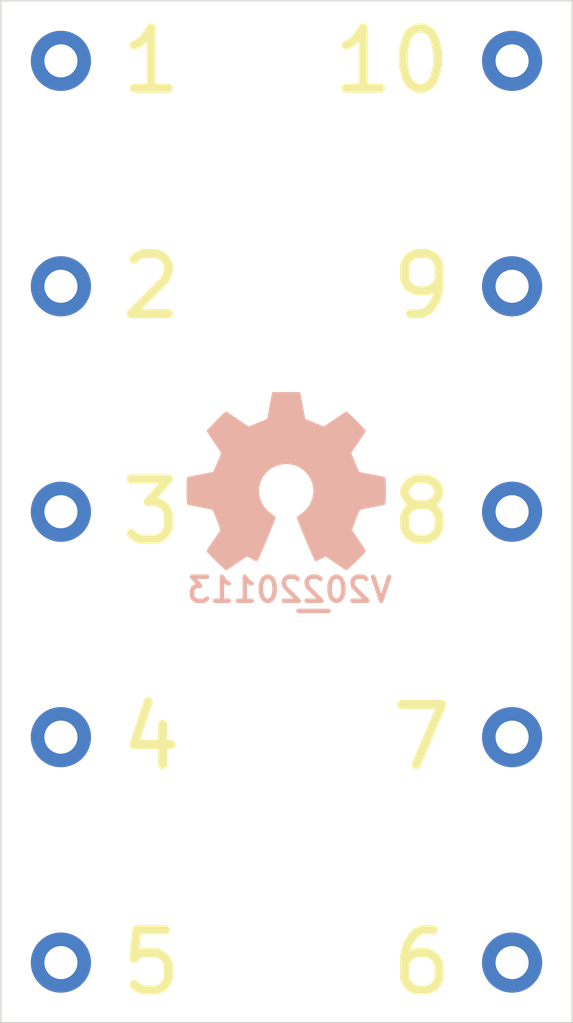
<source format=kicad_pcb>
(kicad_pcb (version 20221018) (generator pcbnew)
  (layers (0 "F.Cu" mixed) (31 "B.Cu" mixed) (34 "B.Paste" user) (35 "F.Paste" user) (36 "B.SilkS" user "B.Silkscreen") (37 "F.SilkS" user "F.Silkscreen") (38 "B.Mask" user) (39 "F.Mask" user) (44 "Edge.Cuts" user))
  (net 0 "")
  (net 1 "Net-(J1-Pin_1)")
  (footprint "mill-max:PC_pin_nail_head_6092" (layer "F.Cu") (at 142.5 62.5)
    (fp_text reference "J1")
    (fp_text value "1" (at 3 0) (layer "F.SilkS") (effects (font (size 2 2) (thickness 0.3))))
    (pad "1" thru_hole circle locked (at 0 0) (size 2 2) (drill 1.1) (layers "*.Cu" "*.Mask") (net 1 "Net-(J1-Pin_1)"))
  )
  (footprint "mill-max:PC_pin_nail_head_6092" (layer "F.Cu") (at 142.5 70)
    (fp_text reference "J2")
    (fp_text value "2" (at 3 0) (layer "F.SilkS") (effects (font (size 2 2) (thickness 0.3))))
    (pad "1" thru_hole circle locked (at 0 0) (size 2 2) (drill 1.1) (layers "*.Cu" "*.Mask") (net 1 "Net-(J1-Pin_1)"))
  )
  (footprint "mill-max:PC_pin_nail_head_6092" (layer "F.Cu") (at 142.5 77.5)
    (fp_text reference "J3")
    (fp_text value "3" (at 3 0) (layer "F.SilkS") (effects (font (size 2 2) (thickness 0.3))))
    (pad "1" thru_hole circle locked (at 0 0) (size 2 2) (drill 1.1) (layers "*.Cu" "*.Mask") (net 1 "Net-(J1-Pin_1)"))
  )
  (footprint "mill-max:PC_pin_nail_head_6092" (layer "F.Cu") (at 142.5 92.5 180)
    (fp_text reference "J5")
    (fp_text value "5" (at -3 0) (layer "F.SilkS") (effects (font (size 2 2) (thickness 0.3))))
    (pad "1" thru_hole circle locked (at 0 0 180) (size 2 2) (drill 1.1) (layers "*.Cu" "*.Mask") (net 1 "Net-(J1-Pin_1)"))
  )
  (footprint "mill-max:PC_pin_nail_head_6092" (layer "F.Cu") (at 157.5 92.5)
    (fp_text reference "J6")
    (fp_text value "6" (at -3 0) (layer "F.SilkS") (effects (font (size 2 2) (thickness 0.3))))
    (pad "1" thru_hole circle locked (at 0 0) (size 2 2) (drill 1.1) (layers "*.Cu" "*.Mask") (net 1 "Net-(J1-Pin_1)"))
  )
  (footprint "mill-max:PC_pin_nail_head_6092" (layer "F.Cu") (at 142.5 85 180)
    (fp_text reference "J4")
    (fp_text value "4" (at -3 0) (layer "F.SilkS") (effects (font (size 2 2) (thickness 0.3))))
    (pad "1" thru_hole circle locked (at 0 0 180) (size 2 2) (drill 1.1) (layers "*.Cu" "*.Mask") (net 1 "Net-(J1-Pin_1)"))
  )
  (footprint "mill-max:PC_pin_nail_head_6092" (layer "F.Cu") (at 157.5 77.5)
    (fp_text reference "J8")
    (fp_text value "8" (at -3 0) (layer "F.SilkS") (effects (font (size 2 2) (thickness 0.3))))
    (pad "1" thru_hole circle locked (at 0 0) (size 2 2) (drill 1.1) (layers "*.Cu" "*.Mask") (net 1 "Net-(J1-Pin_1)"))
  )
  (footprint "mill-max:PC_pin_nail_head_6092" (layer "F.Cu") (at 157.5 62.5)
    (fp_text reference "J10")
    (fp_text value "10" (at -4 0) (layer "F.SilkS") (effects (font (size 2 2) (thickness 0.3))))
    (pad "1" thru_hole circle locked (at 0 0) (size 2 2) (drill 1.1) (layers "*.Cu" "*.Mask") (net 1 "Net-(J1-Pin_1)"))
  )
  (footprint "mill-max:PC_pin_nail_head_6092" (layer "F.Cu") (at 157.5 85)
    (fp_text reference "J7")
    (fp_text value "7" (at -3 0) (layer "F.SilkS") (effects (font (size 2 2) (thickness 0.3))))
    (pad "1" thru_hole circle locked (at 0 0) (size 2 2) (drill 1.1) (layers "*.Cu" "*.Mask") (net 1 "Net-(J1-Pin_1)"))
  )
  (footprint "mill-max:PC_pin_nail_head_6092" (layer "F.Cu") (at 157.5 70)
    (fp_text reference "J9")
    (fp_text value "9" (at -3 0) (layer "F.SilkS") (effects (font (size 2 2) (thickness 0.3))))
    (pad "1" thru_hole circle locked (at 0 0) (size 2 2) (drill 1.1) (layers "*.Cu" "*.Mask") (net 1 "Net-(J1-Pin_1)"))
  )
  (footprint "Symbol:OSHW-Symbol_6.7x6mm_SilkScreen" (layer "B.Cu") (at 150 76.5 180)
    (fp_text reference "N2" hide)
    (fp_text value "OHWLOGO" hide)
    (fp_poly (pts (xy 0.555814 2.531069) (xy 0.639635 2.086445) (xy 0.94892 1.958947) (xy 1.258206 1.831449) (xy 1.629246 2.083754) (xy 1.733157 2.154004) (xy 1.827087 2.216728) (xy 1.906652 2.269062) (xy 1.96747 2.308143) (xy 2.005157 2.331107) (xy 2.015421 2.336058) (xy 2.03391 2.323324) (xy 2.07342 2.288118) (xy 2.129522 2.234938) (xy 2.197787 2.168282) (xy 2.273786 2.092646) (xy 2.353092 2.012528) (xy 2.431275 1.932426) (xy 2.503907 1.856836) (xy 2.566559 1.790255) (xy 2.614803 1.737182) (xy 2.64421 1.702113) (xy 2.651241 1.690377) (xy 2.641123 1.66874) (xy 2.612759 1.621338) (xy 2.569129 1.552807) (xy 2.513218 1.467785) (xy 2.448006 1.370907) (xy 2.410219 1.31565) (xy 2.341343 1.214752) (xy 2.28014 1.123701) (xy 2.229578 1.04703) (xy 2.192628 0.989272) (xy 2.172258 0.954957) (xy 2.169197 0.947746) (xy 2.176136 0.927252) (xy 2.195051 0.879487) (xy 2.223087 0.811168) (xy 2.257391 0.729011) (xy 2.295109 0.63973) (xy 2.333387 0.550042) (xy 2.36937 0.466662) (xy 2.400206 0.396306) (xy 2.423039 0.34569) (xy 2.435017 0.321529) (xy 2.435724 0.320578) (xy 2.454531 0.315964) (xy 2.504618 0.305672) (xy 2.580793 0.290713) (xy 2.677865 0.272099) (xy 2.790643 0.250841) (xy 2.856442 0.238582) (xy 2.97695 0.215638) (xy 3.085797 0.193805) (xy 3.177476 0.174278) (xy 3.246481 0.158252) (xy 3.287304 0.146921) (xy 3.295511 0.143326) (xy 3.303548 0.118994) (xy 3.310033 0.064041) (xy 3.31497 -0.015108) (xy 3.318364 -0.112026) (xy 3.320218 -0.220287) (xy 3.320538 -0.333465) (xy 3.319327 -0.445135) (xy 3.31659 -0.548868) (xy 3.312331 -0.638241) (xy 3.306555 -0.706826) (xy 3.299267 -0.748197) (xy 3.294895 -0.75681) (xy 3.268764 -0.767133) (xy 3.213393 -0.781892) (xy 3.136107 -0.799352) (xy 3.04423 -0.81778) (xy 3.012158 -0.823741) (xy 2.857524 -0.852066) (xy 2.735375 -0.874876) (xy 2.641673 -0.89308) (xy 2.572384 -0.907583) (xy 2.523471 -0.919292) (xy 2.490897 -0.929115) (xy 2.470628 -0.937956) (xy 2.458626 -0.946724) (xy 2.456947 -0.948457) (xy 2.440184 -0.976371) (xy 2.414614 -1.030695) (xy 2.382788 -1.104777) (xy 2.34726 -1.191965) (xy 2.310583 -1.285608) (xy 2.275311 -1.379052) (xy 2.243996 -1.465647) (xy 2.219193 -1.53874) (xy 2.203454 -1.591678) (xy 2.199332 -1.617811) (xy 2.199676 -1.618726) (xy 2.213641 -1.640086) (xy 2.245322 -1.687084) (xy 2.291391 -1.754827) (xy 2.348518 -1.838423) (xy 2.413373 -1.932982) (xy 2.431843 -1.959854) (xy 2.497699 -2.057275) (xy 2.55565 -2.146163) (xy 2.602538 -2.221412) (xy 2.635207 -2.27792) (xy 2.6505 -2.310581) (xy 2.651241 -2.314593) (xy 2.638392 -2.335684) (xy 2.602888 -2.377464) (xy 2.549293 -2.435445) (xy 2.482171 -2.505135) (xy 2.406087 -2.582045) (xy 2.325604 -2.661683) (xy 2.245287 -2.739561) (xy 2.169699 -2.811186) (xy 2.103405 -2.87207) (xy 2.050969 -2.917721) (xy 2.016955 -2.94365) (xy 2.007545 -2.947883) (xy 1.985643 -2.937912) (xy 1.9408 -2.91102) (xy 1.880321 -2.871736) (xy 1.833789 -2.840117) (xy 1.749475 -2.782098) (xy 1.649626 -2.713784) (xy 1.549473 -2.645579) (xy 1.495627 -2.609075) (xy 1.313371 -2.4858) (xy 1.160381 -2.56852) (xy 1.090682 -2.604759) (xy 1.031414 -2.632926) (xy 0.991311 -2.648991) (xy 0.981103 -2.651226) (xy 0.968829 -2.634722) (xy 0.944613 -2.588082) (xy 0.910263 -2.515609) (xy 0.867588 -2.421606) (xy 0.818394 -2.310374) (xy 0.76449 -2.186215) (xy 0.707684 -2.053432) (xy 0.649782 -1.916327) (xy 0.592593 -1.779202) (xy 0.537924 -1.646358) (xy 0.487584 -1.522098) (xy 0.44338 -1.410725) (xy 0.407119 -1.316539) (xy 0.380609 -1.243844) (xy 0.365658 -1.196941) (xy 0.363254 -1.180833) (xy 0.382311 -1.160286) (xy 0.424036 -1.126933) (xy 0.479706 -1.087702) (xy 0.484378 -1.084599) (xy 0.628264 -0.969423) (xy 0.744283 -0.835053) (xy 0.83143 -0.685784) (xy 0.888699 -0.525913) (xy 0.915086 -0.359737) (xy 0.909585 -0.191552) (xy 0.87119 -0.025655) (xy 0.798895 0.133658) (xy 0.777626 0.168513) (xy 0.666996 0.309263) (xy 0.536302 0.422286) (xy 0.390064 0.506997) (xy 0.232808 0.562806) (xy 0.069057 0.589126) (xy -0.096667 0.58537) (xy -0.259838 0.55095) (xy -0.415935 0.485277) (xy -0.560433 0.387765) (xy -0.605131 0.348187) (xy -0.718888 0.224297) (xy -0.801782 0.093876) (xy -0.858644 -0.052315) (xy -0.890313 -0.197088) (xy -0.898131 -0.35986) (xy -0.872062 -0.52344) (xy -0.814755 -0.682298) (xy -0.728856 -0.830906) (xy -0.617014 -0.963735) (xy -0.481877 -1.075256) (xy -0.464117 -1.087011) (xy -0.40785 -1.125508) (xy -0.365077 -1.158863) (xy -0.344628 -1.18016) (xy -0.344331 -1.180833) (xy -0.348721 -1.203871) (xy -0.366124 -1.256157) (xy -0.394732 -1.33339) (xy -0.432735 -1.431268) (xy -0.478326 -1.545491) (xy -0.529697 -1.671758) (xy -0.585038 -1.805767) (xy -0.642542 -1.943218) (xy -0.700399 -2.079808) (xy -0.756802 -2.211237) (xy -0.809942 -2.333205) (xy -0.85801 -2.441409) (xy -0.899199 -2.531549) (xy -0.931699 -2.599323) (xy -0.953703 -2.64043) (xy -0.962564 -2.651226) (xy -0.98964 -2.642819) (xy -1.040303 -2.620272) (xy -1.105817 -2.587613) (xy -1.141841 -2.56852) (xy -1.294832 -2.4858) (xy -1.477088 -2.609075) (xy -1.570125 -2.672228) (xy -1.671985 -2.741727) (xy -1.767438 -2.807165) (xy -1.81525 -2.840117) (xy -1.882495 -2.885273) (xy -1.939436 -2.921057) (xy -1.978646 -2.942938) (xy -1.991381 -2.947563) (xy -2.009917 -2.935085) (xy -2.050941 -2.900252) (xy -2.110475 -2.846678) (xy -2.184542 -2.777983) (xy -2.269165 -2.697781) (xy -2.322685 -2.646286) (xy -2.416319 -2.554286) (xy -2.497241 -2.471999) (xy -2.562177 -2.402945) (xy -2.607858 -2.350644) (xy -2.631011 -2.318616) (xy -2.633232 -2.312116) (xy -2.622924 -2.287394) (xy -2.594439 -2.237405) (xy -2.550937 -2.167212) (xy -2.495577 -2.081875) (xy -2.43152 -1.986456) (xy -2.413303 -1.959854) (xy -2.346927 -1.863167) (xy -2.287378 -1.776117) (xy -2.237984 -1.703595) (xy -2.202075 -1.650493) (xy -2.182981 -1.621703) (xy -2.181136 -1.618726) (xy -2.183895 -1.595782) (xy -2.198538 -1.545336) (xy -2.222513 -1.474041) (xy -2.253266 -1.388547) (xy -2.288244 -1.295507) (xy -2.324893 -1.201574) (xy -2.360661 -1.113399) (xy -2.392994 -1.037634) (xy -2.419338 -0.980931) (xy -2.437142 -0.949943) (xy -2.438407 -0.948457) (xy -2.449294 -0.939601) (xy -2.467682 -0.930843) (xy -2.497606 -0.921277) (xy -2.543103 -0.909996) (xy -2.608209 -0.896093) (xy -2.696961 -0.878663) (xy -2.813393 -0.856798) (xy -2.961542 -0.829591) (xy -2.993618 -0.823741) (xy -3.088686 -0.805374) (xy -3.171565 -0.787405) (xy -3.23493 -0.771569) (xy -3.271458 -0.7596) (xy -3.276356 -0.75681) (xy -3.284427 -0.732072) (xy -3.290987 -0.67679) (xy -3.296033 -0.597389) (xy -3.299559 -0.500296) (xy -3.301561 -0.391938) (xy -3.302036 -0.27874) (xy -3.300977 -0.167128) (xy -3.298382 -0.063529) (xy -3.294246 0.025632) (xy -3.288563 0.093928) (xy -3.281331 0.134934) (xy -3.276971 0.143326) (xy -3.252698 0.151792) (xy -3.197426 0.165565) (xy -3.116662 0.18345) (xy -3.015912 0.204252) (xy -2.900683 0.226777) (xy -2.837902 0.238582) (xy -2.718787 0.260849) (xy -2.612565 0.281021) (xy -2.524427 0.298085) (xy -2.459566 0.311031) (xy -2.423174 0.318845) (xy -2.417184 0.320578) (xy -2.407061 0.34011) (xy -2.385662 0.387157) (xy -2.355839 0.454997) (xy -2.320445 0.536909) (xy -2.282332 0.626172) (xy -2.244353 0.716065) (xy -2.20936 0.799865) (xy -2.180206 0.870853) (xy -2.159743 0.922306) (xy -2.150823 0.947503) (xy -2.150657 0.948604) (xy -2.160769 0.968481) (xy -2.189117 1.014223) (xy -2.232723 1.081283) (xy -2.288606 1.165116) (xy -2.353787 1.261174) (xy -2.391679 1.31635) (xy -2.460725 1.417519) (xy -2.52205 1.50937) (xy -2.572663 1.587256) (xy -2.609571 1.646531) (xy -2.629782 1.682549) (xy -2.632701 1.690623) (xy -2.620153 1.709416) (xy -2.585463 1.749543) (xy -2.533063 1.806507) (xy -2.467384 1.875815) (xy -2.392856 1.952969) (xy -2.313913 2.033475) (xy -2.234983 2.112837) (xy -2.1605 2.18656) (xy -2.094894 2.250148) (xy -2.042596 2.299106) (xy -2.008039 2.328939) (xy -1.996478 2.336058) (xy -1.977654 2.326047) (xy -1.932631 2.297922) (xy -1.865787 2.254546) (xy -1.781499 2.198782) (xy -1.684144 2.133494) (xy -1.610707 2.083754) (xy -1.239667 1.831449) (xy -0.621095 2.086445) (xy -0.537275 2.531069) (xy -0.453454 2.975693) (xy 0.471994 2.975693) (xy 0.555814 2.531069)) (stroke (width 0.01)) (fill solid) (layer "B.SilkS"))
  )
  (footprint "SquantorLabels:Label_Generic" (layer "B.Cu") (at 150.9 80.2 180)
    (fp_text reference "N1" hide)
    (fp_text value "V20220113" (at 0.8 0.1) (layer "B.SilkS") (effects (font (size 0.8 0.8)) (justify mirror)))
    (fp_line (start -0.5 -0.6) (end 0.5 -0.6) (stroke (width 0.15)) (layer "B.SilkS"))
  )
  (gr_line (start 140.5 94.5) (end 159.5 94.5) (stroke (width 0.05)) (layer "Edge.Cuts"))
  (gr_line (start 159.5 60.5) (end 159.5 94.5) (stroke (width 0.05)) (layer "Edge.Cuts"))
  (gr_line (start 159.5 60.5) (end 140.5 60.5) (stroke (width 0.05)) (layer "Edge.Cuts"))
  (gr_line (start 140.5 94.5) (end 140.5 60.5) (stroke (width 0.05)) (layer "Edge.Cuts"))
)
</source>
